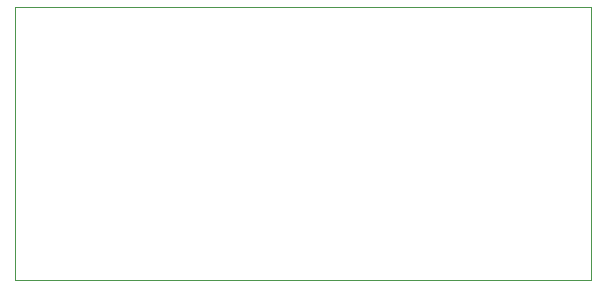
<source format=gbr>
%TF.GenerationSoftware,KiCad,Pcbnew,(6.0.7)*%
%TF.CreationDate,2022-08-30T17:29:13+02:00*%
%TF.ProjectId,bmp_entropia,626d705f-656e-4747-926f-7069612e6b69,rev?*%
%TF.SameCoordinates,Original*%
%TF.FileFunction,Profile,NP*%
%FSLAX46Y46*%
G04 Gerber Fmt 4.6, Leading zero omitted, Abs format (unit mm)*
G04 Created by KiCad (PCBNEW (6.0.7)) date 2022-08-30 17:29:13*
%MOMM*%
%LPD*%
G01*
G04 APERTURE LIST*
%TA.AperFunction,Profile*%
%ADD10C,0.050000*%
%TD*%
G04 APERTURE END LIST*
D10*
X172913100Y-116574600D02*
X172913100Y-93432600D01*
X124089100Y-116574600D02*
X172913100Y-116574600D01*
X172913100Y-93432600D02*
X124089100Y-93432600D01*
X124089100Y-93432600D02*
X124089100Y-116574600D01*
M02*

</source>
